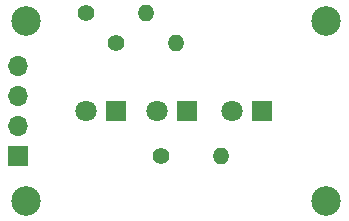
<source format=gbr>
%TF.GenerationSoftware,KiCad,Pcbnew,6.0.5-2.fc35*%
%TF.CreationDate,2022-09-23T18:33:46+02:00*%
%TF.ProjectId,LED-Board,4c45442d-426f-4617-9264-2e6b69636164,rev?*%
%TF.SameCoordinates,Original*%
%TF.FileFunction,Soldermask,Bot*%
%TF.FilePolarity,Negative*%
%FSLAX46Y46*%
G04 Gerber Fmt 4.6, Leading zero omitted, Abs format (unit mm)*
G04 Created by KiCad (PCBNEW 6.0.5-2.fc35) date 2022-09-23 18:33:46*
%MOMM*%
%LPD*%
G01*
G04 APERTURE LIST*
%ADD10R,1.800000X1.800000*%
%ADD11C,1.800000*%
%ADD12C,1.400000*%
%ADD13O,1.400000X1.400000*%
%ADD14C,2.500000*%
%ADD15R,1.700000X1.700000*%
%ADD16O,1.700000X1.700000*%
G04 APERTURE END LIST*
D10*
%TO.C,D3*%
X146990000Y-99060000D03*
D11*
X144450000Y-99060000D03*
%TD*%
D10*
%TO.C,D2*%
X140640000Y-99060000D03*
D11*
X138100000Y-99060000D03*
%TD*%
D12*
%TO.C,R3*%
X138430000Y-102870000D03*
D13*
X143510000Y-102870000D03*
%TD*%
D10*
%TO.C,D1*%
X134620000Y-99060000D03*
D11*
X132080000Y-99060000D03*
%TD*%
D12*
%TO.C,R1*%
X132080000Y-90805000D03*
D13*
X137160000Y-90805000D03*
%TD*%
D14*
%TO.C,H3*%
X152400000Y-106680000D03*
%TD*%
%TO.C,H2*%
X152400000Y-91440000D03*
%TD*%
%TO.C,H4*%
X127000000Y-106680000D03*
%TD*%
D12*
%TO.C,R2*%
X134620000Y-93345000D03*
D13*
X139700000Y-93345000D03*
%TD*%
D14*
%TO.C,H1*%
X127000000Y-91440000D03*
%TD*%
D15*
%TO.C,J1*%
X126365000Y-102870000D03*
D16*
X126365000Y-100330000D03*
X126365000Y-97790000D03*
X126365000Y-95250000D03*
%TD*%
M02*

</source>
